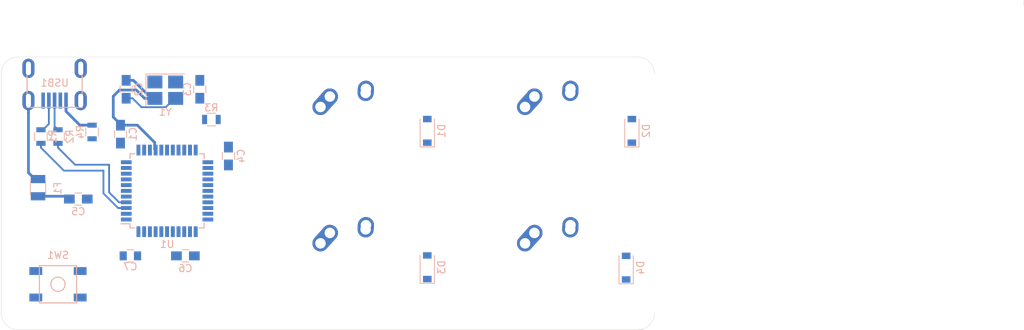
<source format=kicad_pcb>
(kicad_pcb (version 20171130) (host pcbnew "(5.1.4)-1")

  (general
    (thickness 1.6)
    (drawings 8)
    (tracks 48)
    (zones 0)
    (modules 24)
    (nets 49)
  )

  (page A4)
  (layers
    (0 F.Cu signal)
    (31 B.Cu signal)
    (32 B.Adhes user)
    (33 F.Adhes user)
    (34 B.Paste user)
    (35 F.Paste user)
    (36 B.SilkS user)
    (37 F.SilkS user)
    (38 B.Mask user)
    (39 F.Mask user)
    (40 Dwgs.User user)
    (41 Cmts.User user)
    (42 Eco1.User user)
    (43 Eco2.User user)
    (44 Edge.Cuts user)
    (45 Margin user)
    (46 B.CrtYd user)
    (47 F.CrtYd user)
    (48 B.Fab user)
    (49 F.Fab user)
  )

  (setup
    (last_trace_width 0.254)
    (trace_clearance 0.2)
    (zone_clearance 0.508)
    (zone_45_only no)
    (trace_min 0.2)
    (via_size 0.8)
    (via_drill 0.4)
    (via_min_size 0.4)
    (via_min_drill 0.3)
    (uvia_size 0.3)
    (uvia_drill 0.1)
    (uvias_allowed no)
    (uvia_min_size 0.2)
    (uvia_min_drill 0.1)
    (edge_width 0.05)
    (segment_width 0.2)
    (pcb_text_width 0.3)
    (pcb_text_size 1.5 1.5)
    (mod_edge_width 0.12)
    (mod_text_size 1 1)
    (mod_text_width 0.15)
    (pad_size 1.524 1.524)
    (pad_drill 0.762)
    (pad_to_mask_clearance 0.051)
    (solder_mask_min_width 0.25)
    (aux_axis_origin 0 0)
    (visible_elements FFFFFF7F)
    (pcbplotparams
      (layerselection 0x010fc_ffffffff)
      (usegerberextensions false)
      (usegerberattributes false)
      (usegerberadvancedattributes false)
      (creategerberjobfile false)
      (excludeedgelayer true)
      (linewidth 0.100000)
      (plotframeref false)
      (viasonmask false)
      (mode 1)
      (useauxorigin false)
      (hpglpennumber 1)
      (hpglpenspeed 20)
      (hpglpendiameter 15.000000)
      (psnegative false)
      (psa4output false)
      (plotreference true)
      (plotvalue true)
      (plotinvisibletext false)
      (padsonsilk false)
      (subtractmaskfromsilk false)
      (outputformat 1)
      (mirror false)
      (drillshape 1)
      (scaleselection 1)
      (outputdirectory ""))
  )

  (net 0 "")
  (net 1 +5V)
  (net 2 GND)
  (net 3 "Net-(C2-Pad1)")
  (net 4 "Net-(C3-Pad1)")
  (net 5 "Net-(C6-Pad1)")
  (net 6 ROW0)
  (net 7 "Net-(D1-Pad2)")
  (net 8 ROW1)
  (net 9 "Net-(D2-Pad2)")
  (net 10 "Net-(D3-Pad2)")
  (net 11 "Net-(D4-Pad2)")
  (net 12 VCC)
  (net 13 COL0)
  (net 14 COL1)
  (net 15 "Net-(R1-Pad1)")
  (net 16 D-)
  (net 17 "Net-(R2-Pad1)")
  (net 18 D+)
  (net 19 "Net-(R3-Pad2)")
  (net 20 "Net-(R4-Pad2)")
  (net 21 "Net-(U1-Pad1)")
  (net 22 "Net-(U1-Pad8)")
  (net 23 "Net-(U1-Pad9)")
  (net 24 "Net-(U1-Pad10)")
  (net 25 "Net-(U1-Pad11)")
  (net 26 "Net-(U1-Pad12)")
  (net 27 "Net-(U1-Pad18)")
  (net 28 "Net-(U1-Pad19)")
  (net 29 "Net-(U1-Pad20)")
  (net 30 "Net-(U1-Pad21)")
  (net 31 "Net-(U1-Pad22)")
  (net 32 "Net-(U1-Pad25)")
  (net 33 "Net-(U1-Pad26)")
  (net 34 "Net-(U1-Pad27)")
  (net 35 "Net-(U1-Pad28)")
  (net 36 "Net-(U1-Pad29)")
  (net 37 "Net-(U1-Pad30)")
  (net 38 "Net-(U1-Pad31)")
  (net 39 "Net-(U1-Pad32)")
  (net 40 "Net-(U1-Pad36)")
  (net 41 "Net-(U1-Pad37)")
  (net 42 "Net-(U1-Pad38)")
  (net 43 "Net-(U1-Pad39)")
  (net 44 "Net-(U1-Pad40)")
  (net 45 "Net-(U1-Pad41)")
  (net 46 "Net-(U1-Pad42)")
  (net 47 "Net-(USB1-Pad5)")
  (net 48 "Net-(USB1-Pad2)")

  (net_class Default "This is the default net class."
    (clearance 0.2)
    (trace_width 0.254)
    (via_dia 0.8)
    (via_drill 0.4)
    (uvia_dia 0.3)
    (uvia_drill 0.1)
    (add_net COL0)
    (add_net COL1)
    (add_net D+)
    (add_net D-)
    (add_net "Net-(C2-Pad1)")
    (add_net "Net-(C3-Pad1)")
    (add_net "Net-(C6-Pad1)")
    (add_net "Net-(D1-Pad2)")
    (add_net "Net-(D2-Pad2)")
    (add_net "Net-(D3-Pad2)")
    (add_net "Net-(D4-Pad2)")
    (add_net "Net-(R1-Pad1)")
    (add_net "Net-(R2-Pad1)")
    (add_net "Net-(R3-Pad2)")
    (add_net "Net-(R4-Pad2)")
    (add_net "Net-(U1-Pad1)")
    (add_net "Net-(U1-Pad10)")
    (add_net "Net-(U1-Pad11)")
    (add_net "Net-(U1-Pad12)")
    (add_net "Net-(U1-Pad18)")
    (add_net "Net-(U1-Pad19)")
    (add_net "Net-(U1-Pad20)")
    (add_net "Net-(U1-Pad21)")
    (add_net "Net-(U1-Pad22)")
    (add_net "Net-(U1-Pad25)")
    (add_net "Net-(U1-Pad26)")
    (add_net "Net-(U1-Pad27)")
    (add_net "Net-(U1-Pad28)")
    (add_net "Net-(U1-Pad29)")
    (add_net "Net-(U1-Pad30)")
    (add_net "Net-(U1-Pad31)")
    (add_net "Net-(U1-Pad32)")
    (add_net "Net-(U1-Pad36)")
    (add_net "Net-(U1-Pad37)")
    (add_net "Net-(U1-Pad38)")
    (add_net "Net-(U1-Pad39)")
    (add_net "Net-(U1-Pad40)")
    (add_net "Net-(U1-Pad41)")
    (add_net "Net-(U1-Pad42)")
    (add_net "Net-(U1-Pad8)")
    (add_net "Net-(U1-Pad9)")
    (add_net "Net-(USB1-Pad2)")
    (add_net "Net-(USB1-Pad5)")
    (add_net ROW0)
    (add_net ROW1)
  )

  (net_class Power ""
    (clearance 0.2)
    (trace_width 0.381)
    (via_dia 0.8)
    (via_drill 0.4)
    (uvia_dia 0.3)
    (uvia_drill 0.1)
    (add_net +5V)
    (add_net GND)
    (add_net VCC)
  )

  (module random-keyboard-parts:SKQG-1155865 (layer B.Cu) (tedit 5E62B398) (tstamp 675692BC)
    (at 103.1875 79.375)
    (path /67592553)
    (attr smd)
    (fp_text reference SW1 (at 0 -4.064) (layer B.SilkS)
      (effects (font (size 1 1) (thickness 0.15)) (justify mirror))
    )
    (fp_text value SW_Push (at 0 4.064) (layer B.Fab)
      (effects (font (size 1 1) (thickness 0.15)) (justify mirror))
    )
    (fp_line (start -2.6 2.6) (end 2.6 2.6) (layer B.SilkS) (width 0.15))
    (fp_line (start 2.6 2.6) (end 2.6 -2.6) (layer B.SilkS) (width 0.15))
    (fp_line (start 2.6 -2.6) (end -2.6 -2.6) (layer B.SilkS) (width 0.15))
    (fp_line (start -2.6 -2.6) (end -2.6 2.6) (layer B.SilkS) (width 0.15))
    (fp_circle (center 0 0) (end 1 0) (layer B.SilkS) (width 0.15))
    (fp_line (start -4.2 2.6) (end 4.2 2.6) (layer B.Fab) (width 0.15))
    (fp_line (start 4.2 2.6) (end 4.2 1.2) (layer B.Fab) (width 0.15))
    (fp_line (start 4.2 1.1) (end 2.6 1.1) (layer B.Fab) (width 0.15))
    (fp_line (start 2.6 1.1) (end 2.6 -1.1) (layer B.Fab) (width 0.15))
    (fp_line (start 2.6 -1.1) (end 4.2 -1.1) (layer B.Fab) (width 0.15))
    (fp_line (start 4.2 -1.1) (end 4.2 -2.6) (layer B.Fab) (width 0.15))
    (fp_line (start 4.2 -2.6) (end -4.2 -2.6) (layer B.Fab) (width 0.15))
    (fp_line (start -4.2 -2.6) (end -4.2 -1.1) (layer B.Fab) (width 0.15))
    (fp_line (start -4.2 -1.1) (end -2.6 -1.1) (layer B.Fab) (width 0.15))
    (fp_line (start -2.6 -1.1) (end -2.6 1.1) (layer B.Fab) (width 0.15))
    (fp_line (start -2.6 1.1) (end -4.2 1.1) (layer B.Fab) (width 0.15))
    (fp_line (start -4.2 1.1) (end -4.2 2.6) (layer B.Fab) (width 0.15))
    (fp_circle (center 0 0) (end 1 0) (layer B.Fab) (width 0.15))
    (fp_line (start -2.6 1.1) (end -1.1 2.6) (layer B.Fab) (width 0.15))
    (fp_line (start 2.6 1.1) (end 1.1 2.6) (layer B.Fab) (width 0.15))
    (fp_line (start 2.6 -1.1) (end 1.1 -2.6) (layer B.Fab) (width 0.15))
    (fp_line (start -2.6 -1.1) (end -1.1 -2.6) (layer B.Fab) (width 0.15))
    (pad 4 smd rect (at -3.1 -1.85) (size 1.8 1.1) (layers B.Cu B.Paste B.Mask))
    (pad 3 smd rect (at 3.1 1.85) (size 1.8 1.1) (layers B.Cu B.Paste B.Mask))
    (pad 2 smd rect (at -3.1 1.85) (size 1.8 1.1) (layers B.Cu B.Paste B.Mask)
      (net 19 "Net-(R3-Pad2)"))
    (pad 1 smd rect (at 3.1 -1.85) (size 1.8 1.1) (layers B.Cu B.Paste B.Mask)
      (net 2 GND))
    (model ${KISYS3DMOD}/Button_Switch_SMD.3dshapes/SW_SPST_TL3342.step
      (at (xyz 0 0 0))
      (scale (xyz 1 1 1))
      (rotate (xyz 0 0 0))
    )
  )

  (module random-keyboard-parts:Molex-0548190589 (layer B.Cu) (tedit 5C494815) (tstamp 675692DF)
    (at 102.7125 49.2125 270)
    (path /675A29E7)
    (attr smd)
    (fp_text reference USB1 (at 2.032 0) (layer B.SilkS)
      (effects (font (size 1 1) (thickness 0.15)) (justify mirror))
    )
    (fp_text value Molex-0548190589 (at -5.08 0) (layer Dwgs.User)
      (effects (font (size 1 1) (thickness 0.15)))
    )
    (fp_text user %R (at 2 0) (layer B.CrtYd)
      (effects (font (size 1 1) (thickness 0.15)) (justify mirror))
    )
    (fp_line (start 3.25 1.25) (end 5.5 1.25) (layer B.CrtYd) (width 0.15))
    (fp_line (start 5.5 0.5) (end 3.25 0.5) (layer B.CrtYd) (width 0.15))
    (fp_line (start 3.25 -0.5) (end 5.5 -0.5) (layer B.CrtYd) (width 0.15))
    (fp_line (start 5.5 -1.25) (end 3.25 -1.25) (layer B.CrtYd) (width 0.15))
    (fp_line (start 3.25 -2) (end 5.5 -2) (layer B.CrtYd) (width 0.15))
    (fp_line (start 3.25 2) (end 3.25 -2) (layer B.CrtYd) (width 0.15))
    (fp_line (start 5.5 2) (end 3.25 2) (layer B.CrtYd) (width 0.15))
    (fp_line (start -3.75 -3.75) (end -3.75 3.75) (layer B.CrtYd) (width 0.15))
    (fp_line (start 5.5 -3.75) (end -3.75 -3.75) (layer B.CrtYd) (width 0.15))
    (fp_line (start 5.5 3.75) (end 5.5 -3.75) (layer B.CrtYd) (width 0.15))
    (fp_line (start -3.75 3.75) (end 5.5 3.75) (layer B.CrtYd) (width 0.15))
    (fp_line (start 0 3.85) (end 5.45 3.85) (layer B.SilkS) (width 0.15))
    (fp_line (start 0 -3.85) (end 5.45 -3.85) (layer B.SilkS) (width 0.15))
    (fp_line (start 5.45 3.85) (end 5.45 -3.85) (layer B.SilkS) (width 0.15))
    (fp_line (start -3.75 3.85) (end 0 3.85) (layer Dwgs.User) (width 0.15))
    (fp_line (start -3.75 -3.85) (end 0 -3.85) (layer Dwgs.User) (width 0.15))
    (fp_line (start -1.75 4.572) (end -1.75 -4.572) (layer Dwgs.User) (width 0.15))
    (fp_line (start -3.75 3.85) (end -3.75 -3.85) (layer Dwgs.User) (width 0.15))
    (pad 6 thru_hole oval (at 0 3.65 270) (size 2.7 1.7) (drill oval 1.9 0.7) (layers *.Cu *.Mask)
      (net 12 VCC))
    (pad 6 thru_hole oval (at 0 -3.65 270) (size 2.7 1.7) (drill oval 1.9 0.7) (layers *.Cu *.Mask)
      (net 12 VCC))
    (pad 6 thru_hole oval (at 4.5 -3.65 270) (size 2.7 1.7) (drill oval 1.9 0.7) (layers *.Cu *.Mask)
      (net 12 VCC))
    (pad 6 thru_hole oval (at 4.5 3.65 270) (size 2.7 1.7) (drill oval 1.9 0.7) (layers *.Cu *.Mask)
      (net 12 VCC))
    (pad 5 smd rect (at 4.5 1.6 270) (size 2.25 0.5) (layers B.Cu B.Paste B.Mask)
      (net 47 "Net-(USB1-Pad5)"))
    (pad 4 smd rect (at 4.5 0.8 270) (size 2.25 0.5) (layers B.Cu B.Paste B.Mask)
      (net 16 D-))
    (pad 3 smd rect (at 4.5 0 270) (size 2.25 0.5) (layers B.Cu B.Paste B.Mask)
      (net 18 D+))
    (pad 2 smd rect (at 4.5 -0.8 270) (size 2.25 0.5) (layers B.Cu B.Paste B.Mask)
      (net 48 "Net-(USB1-Pad2)"))
    (pad 1 smd rect (at 4.5 -1.6 270) (size 2.25 0.5) (layers B.Cu B.Paste B.Mask)
      (net 2 GND))
  )

  (module Capacitors_SMD:C_0805 (layer B.Cu) (tedit 58AA8463) (tstamp 6756B70B)
    (at 113.3 75.40625)
    (descr "Capacitor SMD 0805, reflow soldering, AVX (see smccp.pdf)")
    (tags "capacitor 0805")
    (path /675FD296)
    (attr smd)
    (fp_text reference C7 (at 0 1.5) (layer B.SilkS)
      (effects (font (size 1 1) (thickness 0.15)) (justify mirror))
    )
    (fp_text value "10 uF" (at 0 -1.75) (layer B.Fab)
      (effects (font (size 1 1) (thickness 0.15)) (justify mirror))
    )
    (fp_text user %R (at 0 1.5) (layer B.Fab)
      (effects (font (size 1 1) (thickness 0.15)) (justify mirror))
    )
    (fp_line (start -1 -0.62) (end -1 0.62) (layer B.Fab) (width 0.1))
    (fp_line (start 1 -0.62) (end -1 -0.62) (layer B.Fab) (width 0.1))
    (fp_line (start 1 0.62) (end 1 -0.62) (layer B.Fab) (width 0.1))
    (fp_line (start -1 0.62) (end 1 0.62) (layer B.Fab) (width 0.1))
    (fp_line (start 0.5 0.85) (end -0.5 0.85) (layer B.SilkS) (width 0.12))
    (fp_line (start -0.5 -0.85) (end 0.5 -0.85) (layer B.SilkS) (width 0.12))
    (fp_line (start -1.75 0.88) (end 1.75 0.88) (layer B.CrtYd) (width 0.05))
    (fp_line (start -1.75 0.88) (end -1.75 -0.87) (layer B.CrtYd) (width 0.05))
    (fp_line (start 1.75 -0.87) (end 1.75 0.88) (layer B.CrtYd) (width 0.05))
    (fp_line (start 1.75 -0.87) (end -1.75 -0.87) (layer B.CrtYd) (width 0.05))
    (pad 1 smd rect (at -1 0) (size 1 1.25) (layers B.Cu B.Paste B.Mask)
      (net 1 +5V))
    (pad 2 smd rect (at 1 0) (size 1 1.25) (layers B.Cu B.Paste B.Mask)
      (net 2 GND))
    (model Capacitors_SMD.3dshapes/C_0805.wrl
      (at (xyz 0 0 0))
      (scale (xyz 1 1 1))
      (rotate (xyz 0 0 0))
    )
  )

  (module Crystals:Crystal_SMD_3225-4pin_3.2x2.5mm_HandSoldering (layer B.Cu) (tedit 58CD2E9C) (tstamp 675692E2)
    (at 118.1735 52.2605)
    (descr "SMD Crystal SERIES SMD3225/4 http://www.txccrystal.com/images/pdf/7m-accuracy.pdf, hand-soldering, 3.2x2.5mm^2 package")
    (tags "SMD SMT crystal hand-soldering")
    (path /6758329B)
    (attr smd)
    (fp_text reference Y1 (at 0 3.05) (layer B.SilkS)
      (effects (font (size 1 1) (thickness 0.15)) (justify mirror))
    )
    (fp_text value "16 MHz" (at 0 -3.05) (layer B.Fab)
      (effects (font (size 1 1) (thickness 0.15)) (justify mirror))
    )
    (fp_text user %R (at 0 0) (layer B.Fab)
      (effects (font (size 0.7 0.7) (thickness 0.105)) (justify mirror))
    )
    (fp_line (start -1.6 1.25) (end -1.6 -1.25) (layer B.Fab) (width 0.1))
    (fp_line (start -1.6 -1.25) (end 1.6 -1.25) (layer B.Fab) (width 0.1))
    (fp_line (start 1.6 -1.25) (end 1.6 1.25) (layer B.Fab) (width 0.1))
    (fp_line (start 1.6 1.25) (end -1.6 1.25) (layer B.Fab) (width 0.1))
    (fp_line (start -1.6 -0.25) (end -0.6 -1.25) (layer B.Fab) (width 0.1))
    (fp_line (start -2.7 2.25) (end -2.7 -2.25) (layer B.SilkS) (width 0.12))
    (fp_line (start -2.7 -2.25) (end 2.7 -2.25) (layer B.SilkS) (width 0.12))
    (fp_line (start -2.8 2.3) (end -2.8 -2.3) (layer B.CrtYd) (width 0.05))
    (fp_line (start -2.8 -2.3) (end 2.8 -2.3) (layer B.CrtYd) (width 0.05))
    (fp_line (start 2.8 -2.3) (end 2.8 2.3) (layer B.CrtYd) (width 0.05))
    (fp_line (start 2.8 2.3) (end -2.8 2.3) (layer B.CrtYd) (width 0.05))
    (pad 1 smd rect (at -1.45 -1.15) (size 2.1 1.8) (layers B.Cu B.Paste B.Mask)
      (net 4 "Net-(C3-Pad1)"))
    (pad 2 smd rect (at 1.45 -1.15) (size 2.1 1.8) (layers B.Cu B.Paste B.Mask)
      (net 2 GND))
    (pad 3 smd rect (at 1.45 1.15) (size 2.1 1.8) (layers B.Cu B.Paste B.Mask)
      (net 3 "Net-(C2-Pad1)"))
    (pad 4 smd rect (at -1.45 1.15) (size 2.1 1.8) (layers B.Cu B.Paste B.Mask)
      (net 2 GND))
    (model ${KISYS3DMOD}/Crystals.3dshapes/Crystal_SMD_3225-4pin_3.2x2.5mm_HandSoldering.wrl
      (at (xyz 0 0 0))
      (scale (xyz 1 1 1))
      (rotate (xyz 0 0 0))
    )
  )

  (module Housings_QFP:TQFP-44_10x10mm_Pitch0.8mm (layer B.Cu) (tedit 58CC9A48) (tstamp 675692BF)
    (at 118.4275 66.32575)
    (descr "44-Lead Plastic Thin Quad Flatpack (PT) - 10x10x1.0 mm Body [TQFP] (see Microchip Packaging Specification 00000049BS.pdf)")
    (tags "QFP 0.8")
    (path /6756CB8F)
    (attr smd)
    (fp_text reference U1 (at 0 7.45 180) (layer B.SilkS)
      (effects (font (size 1 1) (thickness 0.15)) (justify mirror))
    )
    (fp_text value ATmega32U4-AU (at 0 -7.45 180) (layer B.Fab)
      (effects (font (size 1 1) (thickness 0.15)) (justify mirror))
    )
    (fp_text user %R (at 0 0 90) (layer B.Fab)
      (effects (font (size 1 1) (thickness 0.15)) (justify mirror))
    )
    (fp_line (start -4 5) (end 5 5) (layer B.Fab) (width 0.15))
    (fp_line (start 5 5) (end 5 -5) (layer B.Fab) (width 0.15))
    (fp_line (start 5 -5) (end -5 -5) (layer B.Fab) (width 0.15))
    (fp_line (start -5 -5) (end -5 4) (layer B.Fab) (width 0.15))
    (fp_line (start -5 4) (end -4 5) (layer B.Fab) (width 0.15))
    (fp_line (start -6.7 6.7) (end -6.7 -6.7) (layer B.CrtYd) (width 0.05))
    (fp_line (start 6.7 6.7) (end 6.7 -6.7) (layer B.CrtYd) (width 0.05))
    (fp_line (start -6.7 6.7) (end 6.7 6.7) (layer B.CrtYd) (width 0.05))
    (fp_line (start -6.7 -6.7) (end 6.7 -6.7) (layer B.CrtYd) (width 0.05))
    (fp_line (start -5.175 5.175) (end -5.175 4.6) (layer B.SilkS) (width 0.15))
    (fp_line (start 5.175 5.175) (end 5.175 4.5) (layer B.SilkS) (width 0.15))
    (fp_line (start 5.175 -5.175) (end 5.175 -4.5) (layer B.SilkS) (width 0.15))
    (fp_line (start -5.175 -5.175) (end -5.175 -4.5) (layer B.SilkS) (width 0.15))
    (fp_line (start -5.175 5.175) (end -4.5 5.175) (layer B.SilkS) (width 0.15))
    (fp_line (start -5.175 -5.175) (end -4.5 -5.175) (layer B.SilkS) (width 0.15))
    (fp_line (start 5.175 -5.175) (end 4.5 -5.175) (layer B.SilkS) (width 0.15))
    (fp_line (start 5.175 5.175) (end 4.5 5.175) (layer B.SilkS) (width 0.15))
    (fp_line (start -5.175 4.6) (end -6.45 4.6) (layer B.SilkS) (width 0.15))
    (pad 1 smd rect (at -5.7 4) (size 1.5 0.55) (layers B.Cu B.Paste B.Mask)
      (net 21 "Net-(U1-Pad1)"))
    (pad 2 smd rect (at -5.7 3.2) (size 1.5 0.55) (layers B.Cu B.Paste B.Mask)
      (net 1 +5V))
    (pad 3 smd rect (at -5.7 2.4) (size 1.5 0.55) (layers B.Cu B.Paste B.Mask)
      (net 15 "Net-(R1-Pad1)"))
    (pad 4 smd rect (at -5.7 1.6) (size 1.5 0.55) (layers B.Cu B.Paste B.Mask)
      (net 17 "Net-(R2-Pad1)"))
    (pad 5 smd rect (at -5.7 0.8) (size 1.5 0.55) (layers B.Cu B.Paste B.Mask)
      (net 2 GND))
    (pad 6 smd rect (at -5.7 0) (size 1.5 0.55) (layers B.Cu B.Paste B.Mask)
      (net 5 "Net-(C6-Pad1)"))
    (pad 7 smd rect (at -5.7 -0.8) (size 1.5 0.55) (layers B.Cu B.Paste B.Mask)
      (net 1 +5V))
    (pad 8 smd rect (at -5.7 -1.6) (size 1.5 0.55) (layers B.Cu B.Paste B.Mask)
      (net 22 "Net-(U1-Pad8)"))
    (pad 9 smd rect (at -5.7 -2.4) (size 1.5 0.55) (layers B.Cu B.Paste B.Mask)
      (net 23 "Net-(U1-Pad9)"))
    (pad 10 smd rect (at -5.7 -3.2) (size 1.5 0.55) (layers B.Cu B.Paste B.Mask)
      (net 24 "Net-(U1-Pad10)"))
    (pad 11 smd rect (at -5.7 -4) (size 1.5 0.55) (layers B.Cu B.Paste B.Mask)
      (net 25 "Net-(U1-Pad11)"))
    (pad 12 smd rect (at -4 -5.7 270) (size 1.5 0.55) (layers B.Cu B.Paste B.Mask)
      (net 26 "Net-(U1-Pad12)"))
    (pad 13 smd rect (at -3.2 -5.7 270) (size 1.5 0.55) (layers B.Cu B.Paste B.Mask)
      (net 19 "Net-(R3-Pad2)"))
    (pad 14 smd rect (at -2.4 -5.7 270) (size 1.5 0.55) (layers B.Cu B.Paste B.Mask)
      (net 1 +5V))
    (pad 15 smd rect (at -1.6 -5.7 270) (size 1.5 0.55) (layers B.Cu B.Paste B.Mask)
      (net 2 GND))
    (pad 16 smd rect (at -0.8 -5.7 270) (size 1.5 0.55) (layers B.Cu B.Paste B.Mask)
      (net 3 "Net-(C2-Pad1)"))
    (pad 17 smd rect (at 0 -5.7 270) (size 1.5 0.55) (layers B.Cu B.Paste B.Mask)
      (net 4 "Net-(C3-Pad1)"))
    (pad 18 smd rect (at 0.8 -5.7 270) (size 1.5 0.55) (layers B.Cu B.Paste B.Mask)
      (net 27 "Net-(U1-Pad18)"))
    (pad 19 smd rect (at 1.6 -5.7 270) (size 1.5 0.55) (layers B.Cu B.Paste B.Mask)
      (net 28 "Net-(U1-Pad19)"))
    (pad 20 smd rect (at 2.4 -5.7 270) (size 1.5 0.55) (layers B.Cu B.Paste B.Mask)
      (net 29 "Net-(U1-Pad20)"))
    (pad 21 smd rect (at 3.2 -5.7 270) (size 1.5 0.55) (layers B.Cu B.Paste B.Mask)
      (net 30 "Net-(U1-Pad21)"))
    (pad 22 smd rect (at 4 -5.7 270) (size 1.5 0.55) (layers B.Cu B.Paste B.Mask)
      (net 31 "Net-(U1-Pad22)"))
    (pad 23 smd rect (at 5.7 -4) (size 1.5 0.55) (layers B.Cu B.Paste B.Mask)
      (net 2 GND))
    (pad 24 smd rect (at 5.7 -3.2) (size 1.5 0.55) (layers B.Cu B.Paste B.Mask)
      (net 1 +5V))
    (pad 25 smd rect (at 5.7 -2.4) (size 1.5 0.55) (layers B.Cu B.Paste B.Mask)
      (net 32 "Net-(U1-Pad25)"))
    (pad 26 smd rect (at 5.7 -1.6) (size 1.5 0.55) (layers B.Cu B.Paste B.Mask)
      (net 33 "Net-(U1-Pad26)"))
    (pad 27 smd rect (at 5.7 -0.8) (size 1.5 0.55) (layers B.Cu B.Paste B.Mask)
      (net 34 "Net-(U1-Pad27)"))
    (pad 28 smd rect (at 5.7 0) (size 1.5 0.55) (layers B.Cu B.Paste B.Mask)
      (net 35 "Net-(U1-Pad28)"))
    (pad 29 smd rect (at 5.7 0.8) (size 1.5 0.55) (layers B.Cu B.Paste B.Mask)
      (net 36 "Net-(U1-Pad29)"))
    (pad 30 smd rect (at 5.7 1.6) (size 1.5 0.55) (layers B.Cu B.Paste B.Mask)
      (net 37 "Net-(U1-Pad30)"))
    (pad 31 smd rect (at 5.7 2.4) (size 1.5 0.55) (layers B.Cu B.Paste B.Mask)
      (net 38 "Net-(U1-Pad31)"))
    (pad 32 smd rect (at 5.7 3.2) (size 1.5 0.55) (layers B.Cu B.Paste B.Mask)
      (net 39 "Net-(U1-Pad32)"))
    (pad 33 smd rect (at 5.7 4) (size 1.5 0.55) (layers B.Cu B.Paste B.Mask)
      (net 20 "Net-(R4-Pad2)"))
    (pad 34 smd rect (at 4 5.7 270) (size 1.5 0.55) (layers B.Cu B.Paste B.Mask)
      (net 1 +5V))
    (pad 35 smd rect (at 3.2 5.7 270) (size 1.5 0.55) (layers B.Cu B.Paste B.Mask)
      (net 2 GND))
    (pad 36 smd rect (at 2.4 5.7 270) (size 1.5 0.55) (layers B.Cu B.Paste B.Mask)
      (net 40 "Net-(U1-Pad36)"))
    (pad 37 smd rect (at 1.6 5.7 270) (size 1.5 0.55) (layers B.Cu B.Paste B.Mask)
      (net 41 "Net-(U1-Pad37)"))
    (pad 38 smd rect (at 0.8 5.7 270) (size 1.5 0.55) (layers B.Cu B.Paste B.Mask)
      (net 42 "Net-(U1-Pad38)"))
    (pad 39 smd rect (at 0 5.7 270) (size 1.5 0.55) (layers B.Cu B.Paste B.Mask)
      (net 43 "Net-(U1-Pad39)"))
    (pad 40 smd rect (at -0.8 5.7 270) (size 1.5 0.55) (layers B.Cu B.Paste B.Mask)
      (net 44 "Net-(U1-Pad40)"))
    (pad 41 smd rect (at -1.6 5.7 270) (size 1.5 0.55) (layers B.Cu B.Paste B.Mask)
      (net 45 "Net-(U1-Pad41)"))
    (pad 42 smd rect (at -2.4 5.7 270) (size 1.5 0.55) (layers B.Cu B.Paste B.Mask)
      (net 46 "Net-(U1-Pad42)"))
    (pad 43 smd rect (at -3.2 5.7 270) (size 1.5 0.55) (layers B.Cu B.Paste B.Mask)
      (net 2 GND))
    (pad 44 smd rect (at -4 5.7 270) (size 1.5 0.55) (layers B.Cu B.Paste B.Mask)
      (net 1 +5V))
    (model ${KISYS3DMOD}/Housings_QFP.3dshapes/TQFP-44_10x10mm_Pitch0.8mm.wrl
      (at (xyz 0 0 0))
      (scale (xyz 1 1 1))
      (rotate (xyz 0 0 0))
    )
  )

  (module Resistors_SMD:R_0805 (layer B.Cu) (tedit 58E0A804) (tstamp 675692B9)
    (at 107.95 58.1 270)
    (descr "Resistor SMD 0805, reflow soldering, Vishay (see dcrcw.pdf)")
    (tags "resistor 0805")
    (path /67574FBA)
    (attr smd)
    (fp_text reference R4 (at 0 1.65 270) (layer B.SilkS)
      (effects (font (size 1 1) (thickness 0.15)) (justify mirror))
    )
    (fp_text value 10k (at 0 -1.75 270) (layer B.Fab)
      (effects (font (size 1 1) (thickness 0.15)) (justify mirror))
    )
    (fp_text user %R (at 0 0 270) (layer B.Fab)
      (effects (font (size 0.5 0.5) (thickness 0.075)) (justify mirror))
    )
    (fp_line (start -1 -0.62) (end -1 0.62) (layer B.Fab) (width 0.1))
    (fp_line (start 1 -0.62) (end -1 -0.62) (layer B.Fab) (width 0.1))
    (fp_line (start 1 0.62) (end 1 -0.62) (layer B.Fab) (width 0.1))
    (fp_line (start -1 0.62) (end 1 0.62) (layer B.Fab) (width 0.1))
    (fp_line (start 0.6 -0.88) (end -0.6 -0.88) (layer B.SilkS) (width 0.12))
    (fp_line (start -0.6 0.88) (end 0.6 0.88) (layer B.SilkS) (width 0.12))
    (fp_line (start -1.55 0.9) (end 1.55 0.9) (layer B.CrtYd) (width 0.05))
    (fp_line (start -1.55 0.9) (end -1.55 -0.9) (layer B.CrtYd) (width 0.05))
    (fp_line (start 1.55 -0.9) (end 1.55 0.9) (layer B.CrtYd) (width 0.05))
    (fp_line (start 1.55 -0.9) (end -1.55 -0.9) (layer B.CrtYd) (width 0.05))
    (pad 1 smd rect (at -0.95 0 270) (size 0.7 1.3) (layers B.Cu B.Paste B.Mask)
      (net 2 GND))
    (pad 2 smd rect (at 0.95 0 270) (size 0.7 1.3) (layers B.Cu B.Paste B.Mask)
      (net 20 "Net-(R4-Pad2)"))
    (model ${KISYS3DMOD}/Resistors_SMD.3dshapes/R_0805.wrl
      (at (xyz 0 0 0))
      (scale (xyz 1 1 1))
      (rotate (xyz 0 0 0))
    )
  )

  (module Resistors_SMD:R_0805 (layer B.Cu) (tedit 58E0A804) (tstamp 675692B6)
    (at 124.61875 56.35625 180)
    (descr "Resistor SMD 0805, reflow soldering, Vishay (see dcrcw.pdf)")
    (tags "resistor 0805")
    (path /6759527F)
    (attr smd)
    (fp_text reference R3 (at 0 1.65 180) (layer B.SilkS)
      (effects (font (size 1 1) (thickness 0.15)) (justify mirror))
    )
    (fp_text value 10k (at 0 -1.75 180) (layer B.Fab)
      (effects (font (size 1 1) (thickness 0.15)) (justify mirror))
    )
    (fp_text user %R (at 0 0 180) (layer B.Fab)
      (effects (font (size 0.5 0.5) (thickness 0.075)) (justify mirror))
    )
    (fp_line (start -1 -0.62) (end -1 0.62) (layer B.Fab) (width 0.1))
    (fp_line (start 1 -0.62) (end -1 -0.62) (layer B.Fab) (width 0.1))
    (fp_line (start 1 0.62) (end 1 -0.62) (layer B.Fab) (width 0.1))
    (fp_line (start -1 0.62) (end 1 0.62) (layer B.Fab) (width 0.1))
    (fp_line (start 0.6 -0.88) (end -0.6 -0.88) (layer B.SilkS) (width 0.12))
    (fp_line (start -0.6 0.88) (end 0.6 0.88) (layer B.SilkS) (width 0.12))
    (fp_line (start -1.55 0.9) (end 1.55 0.9) (layer B.CrtYd) (width 0.05))
    (fp_line (start -1.55 0.9) (end -1.55 -0.9) (layer B.CrtYd) (width 0.05))
    (fp_line (start 1.55 -0.9) (end 1.55 0.9) (layer B.CrtYd) (width 0.05))
    (fp_line (start 1.55 -0.9) (end -1.55 -0.9) (layer B.CrtYd) (width 0.05))
    (pad 1 smd rect (at -0.95 0 180) (size 0.7 1.3) (layers B.Cu B.Paste B.Mask)
      (net 1 +5V))
    (pad 2 smd rect (at 0.95 0 180) (size 0.7 1.3) (layers B.Cu B.Paste B.Mask)
      (net 19 "Net-(R3-Pad2)"))
    (model ${KISYS3DMOD}/Resistors_SMD.3dshapes/R_0805.wrl
      (at (xyz 0 0 0))
      (scale (xyz 1 1 1))
      (rotate (xyz 0 0 0))
    )
  )

  (module Resistors_SMD:R_0805 (layer B.Cu) (tedit 58E0A804) (tstamp 675692B3)
    (at 103.1875 58.7375 90)
    (descr "Resistor SMD 0805, reflow soldering, Vishay (see dcrcw.pdf)")
    (tags "resistor 0805")
    (path /675782A4)
    (attr smd)
    (fp_text reference R2 (at 0 1.65 90) (layer B.SilkS)
      (effects (font (size 1 1) (thickness 0.15)) (justify mirror))
    )
    (fp_text value 22 (at 0 -1.75 90) (layer B.Fab)
      (effects (font (size 1 1) (thickness 0.15)) (justify mirror))
    )
    (fp_text user %R (at 0 7.17375 90) (layer B.Fab)
      (effects (font (size 0.5 0.5) (thickness 0.075)) (justify mirror))
    )
    (fp_line (start -1 -0.62) (end -1 0.62) (layer B.Fab) (width 0.1))
    (fp_line (start 1 -0.62) (end -1 -0.62) (layer B.Fab) (width 0.1))
    (fp_line (start 1 0.62) (end 1 -0.62) (layer B.Fab) (width 0.1))
    (fp_line (start -1 0.62) (end 1 0.62) (layer B.Fab) (width 0.1))
    (fp_line (start 0.6 -0.88) (end -0.6 -0.88) (layer B.SilkS) (width 0.12))
    (fp_line (start -0.6 0.88) (end 0.6 0.88) (layer B.SilkS) (width 0.12))
    (fp_line (start -1.55 0.9) (end 1.55 0.9) (layer B.CrtYd) (width 0.05))
    (fp_line (start -1.55 0.9) (end -1.55 -0.9) (layer B.CrtYd) (width 0.05))
    (fp_line (start 1.55 -0.9) (end 1.55 0.9) (layer B.CrtYd) (width 0.05))
    (fp_line (start 1.55 -0.9) (end -1.55 -0.9) (layer B.CrtYd) (width 0.05))
    (pad 1 smd rect (at -0.95 0 90) (size 0.7 1.3) (layers B.Cu B.Paste B.Mask)
      (net 17 "Net-(R2-Pad1)"))
    (pad 2 smd rect (at 0.95 0 90) (size 0.7 1.3) (layers B.Cu B.Paste B.Mask)
      (net 18 D+))
    (model ${KISYS3DMOD}/Resistors_SMD.3dshapes/R_0805.wrl
      (at (xyz 0 0 0))
      (scale (xyz 1 1 1))
      (rotate (xyz 0 0 0))
    )
  )

  (module Resistors_SMD:R_0805 (layer B.Cu) (tedit 58E0A804) (tstamp 675692B0)
    (at 100.80625 58.7375 90)
    (descr "Resistor SMD 0805, reflow soldering, Vishay (see dcrcw.pdf)")
    (tags "resistor 0805")
    (path /67578833)
    (attr smd)
    (fp_text reference R1 (at 0 1.65 270) (layer B.SilkS)
      (effects (font (size 1 1) (thickness 0.15)) (justify mirror))
    )
    (fp_text value 22 (at 0 -1.75 270) (layer B.Fab)
      (effects (font (size 1 1) (thickness 0.15)) (justify mirror))
    )
    (fp_text user %R (at 0 0) (layer B.Fab)
      (effects (font (size 0.5 0.5) (thickness 0.075)) (justify mirror))
    )
    (fp_line (start -1 -0.62) (end -1 0.62) (layer B.Fab) (width 0.1))
    (fp_line (start 1 -0.62) (end -1 -0.62) (layer B.Fab) (width 0.1))
    (fp_line (start 1 0.62) (end 1 -0.62) (layer B.Fab) (width 0.1))
    (fp_line (start -1 0.62) (end 1 0.62) (layer B.Fab) (width 0.1))
    (fp_line (start 0.6 -0.88) (end -0.6 -0.88) (layer B.SilkS) (width 0.12))
    (fp_line (start -0.6 0.88) (end 0.6 0.88) (layer B.SilkS) (width 0.12))
    (fp_line (start -1.55 0.9) (end 1.55 0.9) (layer B.CrtYd) (width 0.05))
    (fp_line (start -1.55 0.9) (end -1.55 -0.9) (layer B.CrtYd) (width 0.05))
    (fp_line (start 1.55 -0.9) (end 1.55 0.9) (layer B.CrtYd) (width 0.05))
    (fp_line (start 1.55 -0.9) (end -1.55 -0.9) (layer B.CrtYd) (width 0.05))
    (pad 1 smd rect (at -0.95 0 90) (size 0.7 1.3) (layers B.Cu B.Paste B.Mask)
      (net 15 "Net-(R1-Pad1)"))
    (pad 2 smd rect (at 0.95 0 90) (size 0.7 1.3) (layers B.Cu B.Paste B.Mask)
      (net 16 D-))
    (model ${KISYS3DMOD}/Resistors_SMD.3dshapes/R_0805.wrl
      (at (xyz 0 0 0))
      (scale (xyz 1 1 1))
      (rotate (xyz 0 0 0))
    )
  )

  (module MX_Alps_Hybrid:MX-1.5U-NoLED (layer F.Cu) (tedit 5A9F5217) (tstamp 675692AD)
    (at 172.24375 76.2)
    (path /675B084F)
    (fp_text reference MX4 (at 0 3.175) (layer Dwgs.User)
      (effects (font (size 1 1) (thickness 0.15)))
    )
    (fp_text value MX-NoLED (at 0 -7.9375) (layer Dwgs.User)
      (effects (font (size 1 1) (thickness 0.15)))
    )
    (fp_line (start -14.2875 9.525) (end -14.2875 -9.525) (layer Dwgs.User) (width 0.15))
    (fp_line (start 14.2875 9.525) (end -14.2875 9.525) (layer Dwgs.User) (width 0.15))
    (fp_line (start 14.2875 -9.525) (end 14.2875 9.525) (layer Dwgs.User) (width 0.15))
    (fp_line (start -14.2875 -9.525) (end 14.2875 -9.525) (layer Dwgs.User) (width 0.15))
    (fp_line (start -7 -7) (end -7 -5) (layer Dwgs.User) (width 0.15))
    (fp_line (start -5 -7) (end -7 -7) (layer Dwgs.User) (width 0.15))
    (fp_line (start -7 7) (end -5 7) (layer Dwgs.User) (width 0.15))
    (fp_line (start -7 5) (end -7 7) (layer Dwgs.User) (width 0.15))
    (fp_line (start 7 7) (end 7 5) (layer Dwgs.User) (width 0.15))
    (fp_line (start 5 7) (end 7 7) (layer Dwgs.User) (width 0.15))
    (fp_line (start 7 -7) (end 7 -5) (layer Dwgs.User) (width 0.15))
    (fp_line (start 5 -7) (end 7 -7) (layer Dwgs.User) (width 0.15))
    (pad "" np_thru_hole circle (at 5.08 0 48.0996) (size 1.75 1.75) (drill 1.75) (layers *.Cu *.Mask))
    (pad "" np_thru_hole circle (at -5.08 0 48.0996) (size 1.75 1.75) (drill 1.75) (layers *.Cu *.Mask))
    (pad 1 thru_hole circle (at -2.5 -4) (size 2.25 2.25) (drill 1.47) (layers *.Cu B.Mask)
      (net 14 COL1))
    (pad "" np_thru_hole circle (at 0 0) (size 3.9878 3.9878) (drill 3.9878) (layers *.Cu *.Mask))
    (pad 1 thru_hole oval (at -3.81 -2.54 48.0996) (size 4.211556 2.25) (drill 1.47 (offset 0.980778 0)) (layers *.Cu B.Mask)
      (net 14 COL1))
    (pad 2 thru_hole circle (at 2.54 -5.08) (size 2.25 2.25) (drill 1.47) (layers *.Cu B.Mask)
      (net 11 "Net-(D4-Pad2)"))
    (pad 2 thru_hole oval (at 2.5 -4.5 86.0548) (size 2.831378 2.25) (drill 1.47 (offset 0.290689 0)) (layers *.Cu B.Mask)
      (net 11 "Net-(D4-Pad2)"))
  )

  (module MX_Alps_Hybrid:MX-1.5U-NoLED (layer F.Cu) (tedit 5A9F5217) (tstamp 67569296)
    (at 143.66875 76.2)
    (path /675AE19D)
    (fp_text reference MX3 (at 0 3.175) (layer Dwgs.User)
      (effects (font (size 1 1) (thickness 0.15)))
    )
    (fp_text value MX-NoLED (at 0 -7.9375) (layer Dwgs.User)
      (effects (font (size 1 1) (thickness 0.15)))
    )
    (fp_line (start -14.2875 9.525) (end -14.2875 -9.525) (layer Dwgs.User) (width 0.15))
    (fp_line (start 14.2875 9.525) (end -14.2875 9.525) (layer Dwgs.User) (width 0.15))
    (fp_line (start 14.2875 -9.525) (end 14.2875 9.525) (layer Dwgs.User) (width 0.15))
    (fp_line (start -14.2875 -9.525) (end 14.2875 -9.525) (layer Dwgs.User) (width 0.15))
    (fp_line (start -7 -7) (end -7 -5) (layer Dwgs.User) (width 0.15))
    (fp_line (start -5 -7) (end -7 -7) (layer Dwgs.User) (width 0.15))
    (fp_line (start -7 7) (end -5 7) (layer Dwgs.User) (width 0.15))
    (fp_line (start -7 5) (end -7 7) (layer Dwgs.User) (width 0.15))
    (fp_line (start 7 7) (end 7 5) (layer Dwgs.User) (width 0.15))
    (fp_line (start 5 7) (end 7 7) (layer Dwgs.User) (width 0.15))
    (fp_line (start 7 -7) (end 7 -5) (layer Dwgs.User) (width 0.15))
    (fp_line (start 5 -7) (end 7 -7) (layer Dwgs.User) (width 0.15))
    (pad "" np_thru_hole circle (at 5.08 0 48.0996) (size 1.75 1.75) (drill 1.75) (layers *.Cu *.Mask))
    (pad "" np_thru_hole circle (at -5.08 0 48.0996) (size 1.75 1.75) (drill 1.75) (layers *.Cu *.Mask))
    (pad 1 thru_hole circle (at -2.5 -4) (size 2.25 2.25) (drill 1.47) (layers *.Cu B.Mask)
      (net 14 COL1))
    (pad "" np_thru_hole circle (at 0 0) (size 3.9878 3.9878) (drill 3.9878) (layers *.Cu *.Mask))
    (pad 1 thru_hole oval (at -3.81 -2.54 48.0996) (size 4.211556 2.25) (drill 1.47 (offset 0.980778 0)) (layers *.Cu B.Mask)
      (net 14 COL1))
    (pad 2 thru_hole circle (at 2.54 -5.08) (size 2.25 2.25) (drill 1.47) (layers *.Cu B.Mask)
      (net 10 "Net-(D3-Pad2)"))
    (pad 2 thru_hole oval (at 2.5 -4.5 86.0548) (size 2.831378 2.25) (drill 1.47 (offset 0.290689 0)) (layers *.Cu B.Mask)
      (net 10 "Net-(D3-Pad2)"))
  )

  (module MX_Alps_Hybrid:MX-1.5U-NoLED (layer F.Cu) (tedit 5A9F5217) (tstamp 6756927F)
    (at 172.24375 57.15)
    (path /675B2624)
    (fp_text reference MX2 (at 0 3.175) (layer Dwgs.User)
      (effects (font (size 1 1) (thickness 0.15)))
    )
    (fp_text value MX-NoLED (at 0 -7.9375) (layer Dwgs.User)
      (effects (font (size 1 1) (thickness 0.15)))
    )
    (fp_line (start -14.2875 9.525) (end -14.2875 -9.525) (layer Dwgs.User) (width 0.15))
    (fp_line (start 14.2875 9.525) (end -14.2875 9.525) (layer Dwgs.User) (width 0.15))
    (fp_line (start 14.2875 -9.525) (end 14.2875 9.525) (layer Dwgs.User) (width 0.15))
    (fp_line (start -14.2875 -9.525) (end 14.2875 -9.525) (layer Dwgs.User) (width 0.15))
    (fp_line (start -7 -7) (end -7 -5) (layer Dwgs.User) (width 0.15))
    (fp_line (start -5 -7) (end -7 -7) (layer Dwgs.User) (width 0.15))
    (fp_line (start -7 7) (end -5 7) (layer Dwgs.User) (width 0.15))
    (fp_line (start -7 5) (end -7 7) (layer Dwgs.User) (width 0.15))
    (fp_line (start 7 7) (end 7 5) (layer Dwgs.User) (width 0.15))
    (fp_line (start 5 7) (end 7 7) (layer Dwgs.User) (width 0.15))
    (fp_line (start 7 -7) (end 7 -5) (layer Dwgs.User) (width 0.15))
    (fp_line (start 5 -7) (end 7 -7) (layer Dwgs.User) (width 0.15))
    (pad "" np_thru_hole circle (at 5.08 0 48.0996) (size 1.75 1.75) (drill 1.75) (layers *.Cu *.Mask))
    (pad "" np_thru_hole circle (at -5.08 0 48.0996) (size 1.75 1.75) (drill 1.75) (layers *.Cu *.Mask))
    (pad 1 thru_hole circle (at -2.5 -4) (size 2.25 2.25) (drill 1.47) (layers *.Cu B.Mask)
      (net 13 COL0))
    (pad "" np_thru_hole circle (at 0 0) (size 3.9878 3.9878) (drill 3.9878) (layers *.Cu *.Mask))
    (pad 1 thru_hole oval (at -3.81 -2.54 48.0996) (size 4.211556 2.25) (drill 1.47 (offset 0.980778 0)) (layers *.Cu B.Mask)
      (net 13 COL0))
    (pad 2 thru_hole circle (at 2.54 -5.08) (size 2.25 2.25) (drill 1.47) (layers *.Cu B.Mask)
      (net 9 "Net-(D2-Pad2)"))
    (pad 2 thru_hole oval (at 2.5 -4.5 86.0548) (size 2.831378 2.25) (drill 1.47 (offset 0.290689 0)) (layers *.Cu B.Mask)
      (net 9 "Net-(D2-Pad2)"))
  )

  (module MX_Alps_Hybrid:MX-1.5U-NoLED (layer F.Cu) (tedit 5A9F5217) (tstamp 67569268)
    (at 143.66875 57.15)
    (path /675AA864)
    (fp_text reference MX1 (at 0 3.175) (layer Dwgs.User)
      (effects (font (size 1 1) (thickness 0.15)))
    )
    (fp_text value MX-NoLED (at 0 -7.9375) (layer Dwgs.User)
      (effects (font (size 1 1) (thickness 0.15)))
    )
    (fp_line (start -14.2875 9.525) (end -14.2875 -9.525) (layer Dwgs.User) (width 0.15))
    (fp_line (start 14.2875 9.525) (end -14.2875 9.525) (layer Dwgs.User) (width 0.15))
    (fp_line (start 14.2875 -9.525) (end 14.2875 9.525) (layer Dwgs.User) (width 0.15))
    (fp_line (start -14.2875 -9.525) (end 14.2875 -9.525) (layer Dwgs.User) (width 0.15))
    (fp_line (start -7 -7) (end -7 -5) (layer Dwgs.User) (width 0.15))
    (fp_line (start -5 -7) (end -7 -7) (layer Dwgs.User) (width 0.15))
    (fp_line (start -7 7) (end -5 7) (layer Dwgs.User) (width 0.15))
    (fp_line (start -7 5) (end -7 7) (layer Dwgs.User) (width 0.15))
    (fp_line (start 7 7) (end 7 5) (layer Dwgs.User) (width 0.15))
    (fp_line (start 5 7) (end 7 7) (layer Dwgs.User) (width 0.15))
    (fp_line (start 7 -7) (end 7 -5) (layer Dwgs.User) (width 0.15))
    (fp_line (start 5 -7) (end 7 -7) (layer Dwgs.User) (width 0.15))
    (pad "" np_thru_hole circle (at 5.08 0 48.0996) (size 1.75 1.75) (drill 1.75) (layers *.Cu *.Mask))
    (pad "" np_thru_hole circle (at -5.08 0 48.0996) (size 1.75 1.75) (drill 1.75) (layers *.Cu *.Mask))
    (pad 1 thru_hole circle (at -2.5 -4) (size 2.25 2.25) (drill 1.47) (layers *.Cu B.Mask)
      (net 13 COL0))
    (pad "" np_thru_hole circle (at 0 0) (size 3.9878 3.9878) (drill 3.9878) (layers *.Cu *.Mask))
    (pad 1 thru_hole oval (at -3.81 -2.54 48.0996) (size 4.211556 2.25) (drill 1.47 (offset 0.980778 0)) (layers *.Cu B.Mask)
      (net 13 COL0))
    (pad 2 thru_hole circle (at 2.54 -5.08) (size 2.25 2.25) (drill 1.47) (layers *.Cu B.Mask)
      (net 7 "Net-(D1-Pad2)"))
    (pad 2 thru_hole oval (at 2.5 -4.5 86.0548) (size 2.831378 2.25) (drill 1.47 (offset 0.290689 0)) (layers *.Cu B.Mask)
      (net 7 "Net-(D1-Pad2)"))
  )

  (module Fuse_Holders_and_Fuses:Fuse_SMD1206_Reflow (layer B.Cu) (tedit 0) (tstamp 67569251)
    (at 100.4 65.88125 90)
    (descr "Fuse, Sicherung, SMD1206, Littlefuse-Wickmann, Reflow,")
    (tags "Fuse Sicherung SMD1206 Littlefuse-Wickmann Reflow ")
    (path /675A4976)
    (attr smd)
    (fp_text reference F1 (at -0.1 2.75 90) (layer B.SilkS)
      (effects (font (size 1 1) (thickness 0.15)) (justify mirror))
    )
    (fp_text value "500 mA" (at -0.45 -3.2 90) (layer B.Fab)
      (effects (font (size 1 1) (thickness 0.15)) (justify mirror))
    )
    (fp_line (start -1.6 -0.8) (end -1.6 0.8) (layer B.Fab) (width 0.1))
    (fp_line (start 1.6 -0.8) (end -1.6 -0.8) (layer B.Fab) (width 0.1))
    (fp_line (start 1.6 0.8) (end 1.6 -0.8) (layer B.Fab) (width 0.1))
    (fp_line (start -1.6 0.8) (end 1.6 0.8) (layer B.Fab) (width 0.1))
    (fp_line (start 1 -1.07) (end -1 -1.07) (layer B.SilkS) (width 0.12))
    (fp_line (start -1 1.07) (end 1 1.07) (layer B.SilkS) (width 0.12))
    (fp_line (start -2.47 1.05) (end 2.47 1.05) (layer B.CrtYd) (width 0.05))
    (fp_line (start -2.47 1.05) (end -2.47 -1.05) (layer B.CrtYd) (width 0.05))
    (fp_line (start 2.47 -1.05) (end 2.47 1.05) (layer B.CrtYd) (width 0.05))
    (fp_line (start 2.47 -1.05) (end -2.47 -1.05) (layer B.CrtYd) (width 0.05))
    (pad 1 smd rect (at -1.2 0) (size 2.03 1.14) (layers B.Cu B.Paste B.Mask)
      (net 1 +5V))
    (pad 2 smd rect (at 1.2 0) (size 2.03 1.14) (layers B.Cu B.Paste B.Mask)
      (net 12 VCC))
  )

  (module Diodes_SMD:D_SOD-123 (layer B.Cu) (tedit 58645DC7) (tstamp 6756924E)
    (at 182.5625 77.05625 90)
    (descr SOD-123)
    (tags SOD-123)
    (path /675B0859)
    (attr smd)
    (fp_text reference D4 (at 0 2 270) (layer B.SilkS)
      (effects (font (size 1 1) (thickness 0.15)) (justify mirror))
    )
    (fp_text value D_Small (at 0 -2.1 270) (layer B.Fab)
      (effects (font (size 1 1) (thickness 0.15)) (justify mirror))
    )
    (fp_text user %R (at 0 2 270) (layer B.Fab)
      (effects (font (size 1 1) (thickness 0.15)) (justify mirror))
    )
    (fp_line (start -2.25 1) (end -2.25 -1) (layer B.SilkS) (width 0.12))
    (fp_line (start 0.25 0) (end 0.75 0) (layer B.Fab) (width 0.1))
    (fp_line (start 0.25 -0.4) (end -0.35 0) (layer B.Fab) (width 0.1))
    (fp_line (start 0.25 0.4) (end 0.25 -0.4) (layer B.Fab) (width 0.1))
    (fp_line (start -0.35 0) (end 0.25 0.4) (layer B.Fab) (width 0.1))
    (fp_line (start -0.35 0) (end -0.35 -0.55) (layer B.Fab) (width 0.1))
    (fp_line (start -0.35 0) (end -0.35 0.55) (layer B.Fab) (width 0.1))
    (fp_line (start -0.75 0) (end -0.35 0) (layer B.Fab) (width 0.1))
    (fp_line (start -1.4 -0.9) (end -1.4 0.9) (layer B.Fab) (width 0.1))
    (fp_line (start 1.4 -0.9) (end -1.4 -0.9) (layer B.Fab) (width 0.1))
    (fp_line (start 1.4 0.9) (end 1.4 -0.9) (layer B.Fab) (width 0.1))
    (fp_line (start -1.4 0.9) (end 1.4 0.9) (layer B.Fab) (width 0.1))
    (fp_line (start -2.35 1.15) (end 2.35 1.15) (layer B.CrtYd) (width 0.05))
    (fp_line (start 2.35 1.15) (end 2.35 -1.15) (layer B.CrtYd) (width 0.05))
    (fp_line (start 2.35 -1.15) (end -2.35 -1.15) (layer B.CrtYd) (width 0.05))
    (fp_line (start -2.35 1.15) (end -2.35 -1.15) (layer B.CrtYd) (width 0.05))
    (fp_line (start -2.25 -1) (end 1.65 -1) (layer B.SilkS) (width 0.12))
    (fp_line (start -2.25 1) (end 1.65 1) (layer B.SilkS) (width 0.12))
    (pad 1 smd rect (at -1.65 0 90) (size 0.9 1.2) (layers B.Cu B.Paste B.Mask)
      (net 8 ROW1))
    (pad 2 smd rect (at 1.65 0 90) (size 0.9 1.2) (layers B.Cu B.Paste B.Mask)
      (net 11 "Net-(D4-Pad2)"))
    (model ${KISYS3DMOD}/Diodes_SMD.3dshapes/D_SOD-123.wrl
      (at (xyz 0 0 0))
      (scale (xyz 1 1 1))
      (rotate (xyz 0 0 0))
    )
  )

  (module Diodes_SMD:D_SOD-123 (layer B.Cu) (tedit 58645DC7) (tstamp 6756924B)
    (at 154.78125 76.99375 90)
    (descr SOD-123)
    (tags SOD-123)
    (path /675AE1A7)
    (attr smd)
    (fp_text reference D3 (at 0 2 270) (layer B.SilkS)
      (effects (font (size 1 1) (thickness 0.15)) (justify mirror))
    )
    (fp_text value D_Small (at 0 -2.1 270) (layer F.Fab)
      (effects (font (size 1 1) (thickness 0.15)))
    )
    (fp_text user %R (at 0 2 270) (layer B.Fab)
      (effects (font (size 1 1) (thickness 0.15)) (justify mirror))
    )
    (fp_line (start -2.25 1) (end -2.25 -1) (layer B.SilkS) (width 0.12))
    (fp_line (start 0.25 0) (end 0.75 0) (layer B.Fab) (width 0.1))
    (fp_line (start 0.25 -0.4) (end -0.35 0) (layer B.Fab) (width 0.1))
    (fp_line (start 0.25 0.4) (end 0.25 -0.4) (layer B.Fab) (width 0.1))
    (fp_line (start -0.35 0) (end 0.25 0.4) (layer B.Fab) (width 0.1))
    (fp_line (start -0.35 0) (end -0.35 -0.55) (layer B.Fab) (width 0.1))
    (fp_line (start -0.35 0) (end -0.35 0.55) (layer B.Fab) (width 0.1))
    (fp_line (start -0.75 0) (end -0.35 0) (layer B.Fab) (width 0.1))
    (fp_line (start -1.4 -0.9) (end -1.4 0.9) (layer B.Fab) (width 0.1))
    (fp_line (start 1.4 -0.9) (end -1.4 -0.9) (layer B.Fab) (width 0.1))
    (fp_line (start 1.4 0.9) (end 1.4 -0.9) (layer B.Fab) (width 0.1))
    (fp_line (start -1.4 0.9) (end 1.4 0.9) (layer B.Fab) (width 0.1))
    (fp_line (start -2.35 1.15) (end 2.35 1.15) (layer B.CrtYd) (width 0.05))
    (fp_line (start 2.35 1.15) (end 2.35 -1.15) (layer B.CrtYd) (width 0.05))
    (fp_line (start 2.35 -1.15) (end -2.35 -1.15) (layer B.CrtYd) (width 0.05))
    (fp_line (start -2.35 1.15) (end -2.35 -1.15) (layer B.CrtYd) (width 0.05))
    (fp_line (start -2.25 -1) (end 1.65 -1) (layer B.SilkS) (width 0.12))
    (fp_line (start -2.25 1) (end 1.65 1) (layer B.SilkS) (width 0.12))
    (pad 1 smd rect (at -1.65 0 90) (size 0.9 1.2) (layers B.Cu B.Paste B.Mask)
      (net 6 ROW0))
    (pad 2 smd rect (at 1.65 0 90) (size 0.9 1.2) (layers B.Cu B.Paste B.Mask)
      (net 10 "Net-(D3-Pad2)"))
    (model ${KISYS3DMOD}/Diodes_SMD.3dshapes/D_SOD-123.wrl
      (at (xyz 0 0 0))
      (scale (xyz 1 1 1))
      (rotate (xyz 0 0 0))
    )
  )

  (module Diodes_SMD:D_SOD-123 (layer B.Cu) (tedit 58645DC7) (tstamp 67569248)
    (at 183.35625 57.94375 90)
    (descr SOD-123)
    (tags SOD-123)
    (path /675B262E)
    (attr smd)
    (fp_text reference D2 (at 0 2 270) (layer B.SilkS)
      (effects (font (size 1 1) (thickness 0.15)) (justify mirror))
    )
    (fp_text value D_Small (at 0 -2.1 270) (layer B.Fab)
      (effects (font (size 1 1) (thickness 0.15)) (justify mirror))
    )
    (fp_text user %R (at 0 2 270) (layer B.Fab)
      (effects (font (size 1 1) (thickness 0.15)) (justify mirror))
    )
    (fp_line (start -2.25 1) (end -2.25 -1) (layer B.SilkS) (width 0.12))
    (fp_line (start 0.25 0) (end 0.75 0) (layer B.Fab) (width 0.1))
    (fp_line (start 0.25 -0.4) (end -0.35 0) (layer B.Fab) (width 0.1))
    (fp_line (start 0.25 0.4) (end 0.25 -0.4) (layer B.Fab) (width 0.1))
    (fp_line (start -0.35 0) (end 0.25 0.4) (layer B.Fab) (width 0.1))
    (fp_line (start -0.35 0) (end -0.35 -0.55) (layer B.Fab) (width 0.1))
    (fp_line (start -0.35 0) (end -0.35 0.55) (layer B.Fab) (width 0.1))
    (fp_line (start -0.75 0) (end -0.35 0) (layer B.Fab) (width 0.1))
    (fp_line (start -1.4 -0.9) (end -1.4 0.9) (layer B.Fab) (width 0.1))
    (fp_line (start 1.4 -0.9) (end -1.4 -0.9) (layer B.Fab) (width 0.1))
    (fp_line (start 1.4 0.9) (end 1.4 -0.9) (layer B.Fab) (width 0.1))
    (fp_line (start -1.4 0.9) (end 1.4 0.9) (layer B.Fab) (width 0.1))
    (fp_line (start -2.35 1.15) (end 2.35 1.15) (layer B.CrtYd) (width 0.05))
    (fp_line (start 2.35 1.15) (end 2.35 -1.15) (layer B.CrtYd) (width 0.05))
    (fp_line (start 2.35 -1.15) (end -2.35 -1.15) (layer B.CrtYd) (width 0.05))
    (fp_line (start -2.35 1.15) (end -2.35 -1.15) (layer B.CrtYd) (width 0.05))
    (fp_line (start -2.25 -1) (end 1.65 -1) (layer B.SilkS) (width 0.12))
    (fp_line (start -2.25 1) (end 1.65 1) (layer B.SilkS) (width 0.12))
    (pad 1 smd rect (at -1.65 0 90) (size 0.9 1.2) (layers B.Cu B.Paste B.Mask)
      (net 8 ROW1))
    (pad 2 smd rect (at 1.65 0 90) (size 0.9 1.2) (layers B.Cu B.Paste B.Mask)
      (net 9 "Net-(D2-Pad2)"))
    (model ${KISYS3DMOD}/Diodes_SMD.3dshapes/D_SOD-123.wrl
      (at (xyz 0 0 0))
      (scale (xyz 1 1 1))
      (rotate (xyz 0 0 0))
    )
  )

  (module Diodes_SMD:D_SOD-123 (layer B.Cu) (tedit 58645DC7) (tstamp 67569245)
    (at 154.78125 57.94375 90)
    (descr SOD-123)
    (tags SOD-123)
    (path /675AB1D0)
    (attr smd)
    (fp_text reference D1 (at 0 2 270) (layer B.SilkS)
      (effects (font (size 1 1) (thickness 0.15)) (justify mirror))
    )
    (fp_text value D_Small (at 0 -2.1 270) (layer B.Fab)
      (effects (font (size 1 1) (thickness 0.15)) (justify mirror))
    )
    (fp_text user %R (at 0 2 270) (layer B.Fab)
      (effects (font (size 1 1) (thickness 0.15)) (justify mirror))
    )
    (fp_line (start -2.25 1) (end -2.25 -1) (layer B.SilkS) (width 0.12))
    (fp_line (start 0.25 0) (end 0.75 0) (layer B.Fab) (width 0.1))
    (fp_line (start 0.25 -0.4) (end -0.35 0) (layer B.Fab) (width 0.1))
    (fp_line (start 0.25 0.4) (end 0.25 -0.4) (layer B.Fab) (width 0.1))
    (fp_line (start -0.35 0) (end 0.25 0.4) (layer B.Fab) (width 0.1))
    (fp_line (start -0.35 0) (end -0.35 -0.55) (layer B.Fab) (width 0.1))
    (fp_line (start -0.35 0) (end -0.35 0.55) (layer B.Fab) (width 0.1))
    (fp_line (start -0.75 0) (end -0.35 0) (layer B.Fab) (width 0.1))
    (fp_line (start -1.4 -0.9) (end -1.4 0.9) (layer B.Fab) (width 0.1))
    (fp_line (start 1.4 -0.9) (end -1.4 -0.9) (layer B.Fab) (width 0.1))
    (fp_line (start 1.4 0.9) (end 1.4 -0.9) (layer B.Fab) (width 0.1))
    (fp_line (start -1.4 0.9) (end 1.4 0.9) (layer B.Fab) (width 0.1))
    (fp_line (start -2.35 1.15) (end 2.35 1.15) (layer B.CrtYd) (width 0.05))
    (fp_line (start 2.35 1.15) (end 2.35 -1.15) (layer B.CrtYd) (width 0.05))
    (fp_line (start 2.35 -1.15) (end -2.35 -1.15) (layer B.CrtYd) (width 0.05))
    (fp_line (start -2.35 1.15) (end -2.35 -1.15) (layer B.CrtYd) (width 0.05))
    (fp_line (start -2.25 -1) (end 1.65 -1) (layer B.SilkS) (width 0.12))
    (fp_line (start -2.25 1) (end 1.65 1) (layer B.SilkS) (width 0.12))
    (pad 1 smd rect (at -1.65 0 90) (size 0.9 1.2) (layers B.Cu B.Paste B.Mask)
      (net 6 ROW0))
    (pad 2 smd rect (at 1.65 0 90) (size 0.9 1.2) (layers B.Cu B.Paste B.Mask)
      (net 7 "Net-(D1-Pad2)"))
    (model ${KISYS3DMOD}/Diodes_SMD.3dshapes/D_SOD-123.wrl
      (at (xyz 0 0 0))
      (scale (xyz 1 1 1))
      (rotate (xyz 0 0 0))
    )
  )

  (module Capacitors_SMD:C_0805_HandSoldering (layer B.Cu) (tedit 58AA84A8) (tstamp 67569242)
    (at 120.9875 75.40625)
    (descr "Capacitor SMD 0805, hand soldering")
    (tags "capacitor 0805")
    (path /6757A0AD)
    (attr smd)
    (fp_text reference C6 (at 0 1.75) (layer B.SilkS)
      (effects (font (size 1 1) (thickness 0.15)) (justify mirror))
    )
    (fp_text value "1 uF" (at 0 -1.75) (layer B.Fab)
      (effects (font (size 1 1) (thickness 0.15)) (justify mirror))
    )
    (fp_text user %R (at 0 1.75) (layer B.Fab)
      (effects (font (size 1 1) (thickness 0.15)) (justify mirror))
    )
    (fp_line (start -1 -0.62) (end -1 0.62) (layer B.Fab) (width 0.1))
    (fp_line (start 1 -0.62) (end -1 -0.62) (layer B.Fab) (width 0.1))
    (fp_line (start 1 0.62) (end 1 -0.62) (layer B.Fab) (width 0.1))
    (fp_line (start -1 0.62) (end 1 0.62) (layer B.Fab) (width 0.1))
    (fp_line (start 0.5 0.85) (end -0.5 0.85) (layer B.SilkS) (width 0.12))
    (fp_line (start -0.5 -0.85) (end 0.5 -0.85) (layer B.SilkS) (width 0.12))
    (fp_line (start -2.25 0.88) (end 2.25 0.88) (layer B.CrtYd) (width 0.05))
    (fp_line (start -2.25 0.88) (end -2.25 -0.87) (layer B.CrtYd) (width 0.05))
    (fp_line (start 2.25 -0.87) (end 2.25 0.88) (layer B.CrtYd) (width 0.05))
    (fp_line (start 2.25 -0.87) (end -2.25 -0.87) (layer B.CrtYd) (width 0.05))
    (pad 1 smd rect (at -1.25 0) (size 1.5 1.25) (layers B.Cu B.Paste B.Mask)
      (net 5 "Net-(C6-Pad1)"))
    (pad 2 smd rect (at 1.25 0) (size 1.5 1.25) (layers B.Cu B.Paste B.Mask)
      (net 2 GND))
    (model Capacitors_SMD.3dshapes/C_0805.wrl
      (at (xyz 0 0 0))
      (scale (xyz 1 1 1))
      (rotate (xyz 0 0 0))
    )
  )

  (module Capacitors_SMD:C_0805_HandSoldering (layer B.Cu) (tedit 58AA84A8) (tstamp 6756923F)
    (at 106.025 67.46875)
    (descr "Capacitor SMD 0805, hand soldering")
    (tags "capacitor 0805")
    (path /6757E16F)
    (attr smd)
    (fp_text reference C5 (at 0 1.75 180) (layer B.SilkS)
      (effects (font (size 1 1) (thickness 0.15)) (justify mirror))
    )
    (fp_text value "0.1 uF" (at 0 -1.75 180) (layer B.Fab)
      (effects (font (size 1 1) (thickness 0.15)) (justify mirror))
    )
    (fp_text user %R (at 0 1.75 180) (layer B.Fab)
      (effects (font (size 1 1) (thickness 0.15)) (justify mirror))
    )
    (fp_line (start -1 -0.62) (end -1 0.62) (layer B.Fab) (width 0.1))
    (fp_line (start 1 -0.62) (end -1 -0.62) (layer B.Fab) (width 0.1))
    (fp_line (start 1 0.62) (end 1 -0.62) (layer B.Fab) (width 0.1))
    (fp_line (start -1 0.62) (end 1 0.62) (layer B.Fab) (width 0.1))
    (fp_line (start 0.5 0.85) (end -0.5 0.85) (layer B.SilkS) (width 0.12))
    (fp_line (start -0.5 -0.85) (end 0.5 -0.85) (layer B.SilkS) (width 0.12))
    (fp_line (start -2.25 0.88) (end 2.25 0.88) (layer B.CrtYd) (width 0.05))
    (fp_line (start -2.25 0.88) (end -2.25 -0.87) (layer B.CrtYd) (width 0.05))
    (fp_line (start 2.25 -0.87) (end 2.25 0.88) (layer B.CrtYd) (width 0.05))
    (fp_line (start 2.25 -0.87) (end -2.25 -0.87) (layer B.CrtYd) (width 0.05))
    (pad 1 smd rect (at -1.25 0) (size 1.5 1.25) (layers B.Cu B.Paste B.Mask)
      (net 1 +5V))
    (pad 2 smd rect (at 1.25 0) (size 1.5 1.25) (layers B.Cu B.Paste B.Mask)
      (net 2 GND))
    (model Capacitors_SMD.3dshapes/C_0805.wrl
      (at (xyz 0 0 0))
      (scale (xyz 1 1 1))
      (rotate (xyz 0 0 0))
    )
  )

  (module Capacitors_SMD:C_0805_HandSoldering (layer B.Cu) (tedit 58AA84A8) (tstamp 6756923C)
    (at 127 61.45625 90)
    (descr "Capacitor SMD 0805, hand soldering")
    (tags "capacitor 0805")
    (path /6757CA79)
    (attr smd)
    (fp_text reference C4 (at 0 1.75 90) (layer B.SilkS)
      (effects (font (size 1 1) (thickness 0.15)) (justify mirror))
    )
    (fp_text value "0.1 uF" (at 0 -1.75 90) (layer B.Fab)
      (effects (font (size 1 1) (thickness 0.15)) (justify mirror))
    )
    (fp_text user %R (at 0 1.75 90) (layer B.Fab)
      (effects (font (size 1 1) (thickness 0.15)) (justify mirror))
    )
    (fp_line (start -1 -0.62) (end -1 0.62) (layer B.Fab) (width 0.1))
    (fp_line (start 1 -0.62) (end -1 -0.62) (layer B.Fab) (width 0.1))
    (fp_line (start 1 0.62) (end 1 -0.62) (layer B.Fab) (width 0.1))
    (fp_line (start -1 0.62) (end 1 0.62) (layer B.Fab) (width 0.1))
    (fp_line (start 0.5 0.85) (end -0.5 0.85) (layer B.SilkS) (width 0.12))
    (fp_line (start -0.5 -0.85) (end 0.5 -0.85) (layer B.SilkS) (width 0.12))
    (fp_line (start -2.25 0.88) (end 2.25 0.88) (layer B.CrtYd) (width 0.05))
    (fp_line (start -2.25 0.88) (end -2.25 -0.87) (layer B.CrtYd) (width 0.05))
    (fp_line (start 2.25 -0.87) (end 2.25 0.88) (layer B.CrtYd) (width 0.05))
    (fp_line (start 2.25 -0.87) (end -2.25 -0.87) (layer B.CrtYd) (width 0.05))
    (pad 1 smd rect (at -1.25 0 90) (size 1.5 1.25) (layers B.Cu B.Paste B.Mask)
      (net 1 +5V))
    (pad 2 smd rect (at 1.25 0 90) (size 1.5 1.25) (layers B.Cu B.Paste B.Mask)
      (net 2 GND))
    (model Capacitors_SMD.3dshapes/C_0805.wrl
      (at (xyz 0 0 0))
      (scale (xyz 1 1 1))
      (rotate (xyz 0 0 0))
    )
  )

  (module Capacitors_SMD:C_0805_HandSoldering (layer B.Cu) (tedit 58AA84A8) (tstamp 67569239)
    (at 122.9995 52.1335 270)
    (descr "Capacitor SMD 0805, hand soldering")
    (tags "capacitor 0805")
    (path /67586FC7)
    (attr smd)
    (fp_text reference C3 (at 0 1.75 270) (layer B.SilkS)
      (effects (font (size 1 1) (thickness 0.15)) (justify mirror))
    )
    (fp_text value 22pF (at 0 -1.75 270) (layer B.Fab)
      (effects (font (size 1 1) (thickness 0.15)) (justify mirror))
    )
    (fp_text user %R (at 0 1.75 270) (layer B.Fab)
      (effects (font (size 1 1) (thickness 0.15)) (justify mirror))
    )
    (fp_line (start -1 -0.62) (end -1 0.62) (layer B.Fab) (width 0.1))
    (fp_line (start 1 -0.62) (end -1 -0.62) (layer B.Fab) (width 0.1))
    (fp_line (start 1 0.62) (end 1 -0.62) (layer B.Fab) (width 0.1))
    (fp_line (start -1 0.62) (end 1 0.62) (layer B.Fab) (width 0.1))
    (fp_line (start 0.5 0.85) (end -0.5 0.85) (layer B.SilkS) (width 0.12))
    (fp_line (start -0.5 -0.85) (end 0.5 -0.85) (layer B.SilkS) (width 0.12))
    (fp_line (start -2.25 0.88) (end 2.25 0.88) (layer B.CrtYd) (width 0.05))
    (fp_line (start -2.25 0.88) (end -2.25 -0.87) (layer B.CrtYd) (width 0.05))
    (fp_line (start 2.25 -0.87) (end 2.25 0.88) (layer B.CrtYd) (width 0.05))
    (fp_line (start 2.25 -0.87) (end -2.25 -0.87) (layer B.CrtYd) (width 0.05))
    (pad 1 smd rect (at -1.25 0 270) (size 1.5 1.25) (layers B.Cu B.Paste B.Mask)
      (net 4 "Net-(C3-Pad1)"))
    (pad 2 smd rect (at 1.25 0 270) (size 1.5 1.25) (layers B.Cu B.Paste B.Mask)
      (net 2 GND))
    (model Capacitors_SMD.3dshapes/C_0805.wrl
      (at (xyz 0 0 0))
      (scale (xyz 1 1 1))
      (rotate (xyz 0 0 0))
    )
  )

  (module Capacitors_SMD:C_0805_HandSoldering (layer B.Cu) (tedit 58AA84A8) (tstamp 67569236)
    (at 112.7125 52.1335 90)
    (descr "Capacitor SMD 0805, hand soldering")
    (tags "capacitor 0805")
    (path /675896BF)
    (attr smd)
    (fp_text reference C2 (at 0 1.75 -90) (layer B.SilkS)
      (effects (font (size 1 1) (thickness 0.15)) (justify mirror))
    )
    (fp_text value 22pF (at 0 -1.75 -90) (layer B.Fab)
      (effects (font (size 1 1) (thickness 0.15)) (justify mirror))
    )
    (fp_text user %R (at 0 1.75 -90) (layer B.Fab)
      (effects (font (size 1 1) (thickness 0.15)) (justify mirror))
    )
    (fp_line (start -1 -0.62) (end -1 0.62) (layer B.Fab) (width 0.1))
    (fp_line (start 1 -0.62) (end -1 -0.62) (layer B.Fab) (width 0.1))
    (fp_line (start 1 0.62) (end 1 -0.62) (layer B.Fab) (width 0.1))
    (fp_line (start -1 0.62) (end 1 0.62) (layer B.Fab) (width 0.1))
    (fp_line (start 0.5 0.85) (end -0.5 0.85) (layer B.SilkS) (width 0.12))
    (fp_line (start -0.5 -0.85) (end 0.5 -0.85) (layer B.SilkS) (width 0.12))
    (fp_line (start -2.25 0.88) (end 2.25 0.88) (layer B.CrtYd) (width 0.05))
    (fp_line (start -2.25 0.88) (end -2.25 -0.87) (layer B.CrtYd) (width 0.05))
    (fp_line (start 2.25 -0.87) (end 2.25 0.88) (layer B.CrtYd) (width 0.05))
    (fp_line (start 2.25 -0.87) (end -2.25 -0.87) (layer B.CrtYd) (width 0.05))
    (pad 1 smd rect (at -1.25 0 90) (size 1.5 1.25) (layers B.Cu B.Paste B.Mask)
      (net 3 "Net-(C2-Pad1)"))
    (pad 2 smd rect (at 1.25 0 90) (size 1.5 1.25) (layers B.Cu B.Paste B.Mask)
      (net 2 GND))
    (model Capacitors_SMD.3dshapes/C_0805.wrl
      (at (xyz 0 0 0))
      (scale (xyz 1 1 1))
      (rotate (xyz 0 0 0))
    )
  )

  (module Capacitors_SMD:C_0805_HandSoldering (layer B.Cu) (tedit 58AA84A8) (tstamp 67569233)
    (at 111.91875 58.4 90)
    (descr "Capacitor SMD 0805, hand soldering")
    (tags "capacitor 0805")
    (path /6757DD76)
    (attr smd)
    (fp_text reference C1 (at 0 1.75 270) (layer B.SilkS)
      (effects (font (size 1 1) (thickness 0.15)) (justify mirror))
    )
    (fp_text value "0.1 uF" (at 0 -1.75 270) (layer B.Fab)
      (effects (font (size 1 1) (thickness 0.15)) (justify mirror))
    )
    (fp_text user %R (at 0 1.75 270) (layer B.Fab)
      (effects (font (size 1 1) (thickness 0.15)) (justify mirror))
    )
    (fp_line (start -1 -0.62) (end -1 0.62) (layer B.Fab) (width 0.1))
    (fp_line (start 1 -0.62) (end -1 -0.62) (layer B.Fab) (width 0.1))
    (fp_line (start 1 0.62) (end 1 -0.62) (layer B.Fab) (width 0.1))
    (fp_line (start -1 0.62) (end 1 0.62) (layer B.Fab) (width 0.1))
    (fp_line (start 0.5 0.85) (end -0.5 0.85) (layer B.SilkS) (width 0.12))
    (fp_line (start -0.5 -0.85) (end 0.5 -0.85) (layer B.SilkS) (width 0.12))
    (fp_line (start -2.25 0.88) (end 2.25 0.88) (layer B.CrtYd) (width 0.05))
    (fp_line (start -2.25 0.88) (end -2.25 -0.87) (layer B.CrtYd) (width 0.05))
    (fp_line (start 2.25 -0.87) (end 2.25 0.88) (layer B.CrtYd) (width 0.05))
    (fp_line (start 2.25 -0.87) (end -2.25 -0.87) (layer B.CrtYd) (width 0.05))
    (pad 1 smd rect (at -1.25 0 90) (size 1.5 1.25) (layers B.Cu B.Paste B.Mask)
      (net 1 +5V))
    (pad 2 smd rect (at 1.25 0 90) (size 1.5 1.25) (layers B.Cu B.Paste B.Mask)
      (net 2 GND))
    (model Capacitors_SMD.3dshapes/C_0805.wrl
      (at (xyz 0 0 0))
      (scale (xyz 1 1 1))
      (rotate (xyz 0 0 0))
    )
  )

  (gr_line (start 97.63125 47.625) (end 184.15 47.625) (layer Edge.Cuts) (width 0.05) (tstamp 6756C772))
  (gr_line (start 95.25 50.00625) (end 95.25 83.34375) (layer Edge.Cuts) (width 0.05) (tstamp 6756C771))
  (gr_line (start 97.63125 85.725) (end 184.94375 85.725) (layer Edge.Cuts) (width 0.05))
  (gr_arc (start 97.63125 83.34375) (end 95.25 83.34375) (angle -90) (layer Edge.Cuts) (width 0.05))
  (gr_arc (start 97.63125 50.00625) (end 97.63125 47.625) (angle -90) (layer Edge.Cuts) (width 0.05))
  (gr_arc (start 184.15 83.34375) (end 184.15 85.725) (angle -90) (layer Edge.Cuts) (width 0.05))
  (gr_arc (start 184.15 50.00625) (end 186.53125 50.00625) (angle -90) (layer Edge.Cuts) (width 0.05))
  (gr_line (start 238.125 40.48125) (end 238.125 39.6875) (layer Edge.Cuts) (width 0.05) (tstamp 6756C46C))

  (segment (start 104.3875 67.08125) (end 104.775 67.46875) (width 0.381) (layer B.Cu) (net 1))
  (segment (start 100.4 67.08125) (end 104.3875 67.08125) (width 0.381) (layer B.Cu) (net 1))
  (segment (start 106.919 57.15) (end 107.95 57.15) (width 0.381) (layer B.Cu) (net 2))
  (segment (start 106.244 57.15) (end 106.919 57.15) (width 0.381) (layer B.Cu) (net 2))
  (segment (start 104.3125 55.2185) (end 106.244 57.15) (width 0.381) (layer B.Cu) (net 2))
  (segment (start 104.3125 53.7125) (end 104.3125 55.2185) (width 0.381) (layer B.Cu) (net 2))
  (segment (start 116.2455 53.4105) (end 116.7235 53.4105) (width 0.381) (layer B.Cu) (net 2))
  (segment (start 113.7185 50.8835) (end 116.2455 53.4105) (width 0.381) (layer B.Cu) (net 2))
  (segment (start 112.7125 50.8835) (end 113.7185 50.8835) (width 0.381) (layer B.Cu) (net 2))
  (segment (start 114.124999 52.242999) (end 115.2925 53.4105) (width 0.381) (layer B.Cu) (net 2))
  (segment (start 115.2925 53.4105) (end 116.7235 53.4105) (width 0.381) (layer B.Cu) (net 2))
  (segment (start 111.775099 52.242999) (end 114.124999 52.242999) (width 0.381) (layer B.Cu) (net 2))
  (segment (start 110.91275 56.019) (end 110.91275 53.105348) (width 0.381) (layer B.Cu) (net 2))
  (segment (start 111.91875 57.025) (end 110.91275 56.019) (width 0.381) (layer B.Cu) (net 2))
  (segment (start 110.91275 53.105348) (end 111.775099 52.242999) (width 0.381) (layer B.Cu) (net 2))
  (segment (start 111.91875 57.15) (end 111.91875 57.025) (width 0.381) (layer B.Cu) (net 2))
  (segment (start 116.693001 60.491251) (end 116.8275 60.62575) (width 0.381) (layer B.Cu) (net 2))
  (segment (start 116.693001 59.563349) (end 116.693001 60.491251) (width 0.381) (layer B.Cu) (net 2))
  (segment (start 111.91875 57.15) (end 114.279652 57.15) (width 0.381) (layer B.Cu) (net 2))
  (segment (start 114.279652 57.15) (end 116.693001 59.563349) (width 0.381) (layer B.Cu) (net 2))
  (segment (start 119.4735 53.4105) (end 119.6235 53.4105) (width 0.254) (layer B.Cu) (net 3))
  (segment (start 118.246499 54.637501) (end 119.4735 53.4105) (width 0.254) (layer B.Cu) (net 3))
  (segment (start 114.845501 54.637501) (end 118.246499 54.637501) (width 0.254) (layer B.Cu) (net 3))
  (segment (start 113.5915 53.3835) (end 114.845501 54.637501) (width 0.254) (layer B.Cu) (net 3))
  (segment (start 112.7125 53.3835) (end 113.5915 53.3835) (width 0.254) (layer B.Cu) (net 3))
  (segment (start 99.0625 55.4435) (end 99.0625 53.7125) (width 0.381) (layer B.Cu) (net 12))
  (segment (start 99.0625 63.78875) (end 99.0625 55.4435) (width 0.381) (layer B.Cu) (net 12))
  (segment (start 99.955 64.68125) (end 99.0625 63.78875) (width 0.381) (layer B.Cu) (net 12))
  (segment (start 100.4 64.68125) (end 99.955 64.68125) (width 0.381) (layer B.Cu) (net 12))
  (segment (start 111.7235 68.72575) (end 112.7275 68.72575) (width 0.254) (layer B.Cu) (net 15))
  (segment (start 100.80625 59.6875) (end 100.80625 60.2915) (width 0.254) (layer B.Cu) (net 15))
  (segment (start 100.80625 60.2915) (end 104.01475 63.5) (width 0.254) (layer B.Cu) (net 15))
  (segment (start 104.01475 63.5) (end 109.5375 63.5) (width 0.254) (layer B.Cu) (net 15))
  (segment (start 109.5375 63.5) (end 109.5375 66.675) (width 0.254) (layer B.Cu) (net 15))
  (segment (start 109.5375 66.675) (end 111.58825 68.72575) (width 0.254) (layer B.Cu) (net 15))
  (segment (start 111.58825 68.72575) (end 111.7235 68.72575) (width 0.254) (layer B.Cu) (net 15))
  (segment (start 101.10625 57.7875) (end 100.80625 57.7875) (width 0.254) (layer B.Cu) (net 16))
  (segment (start 101.9125 56.98125) (end 101.10625 57.7875) (width 0.254) (layer B.Cu) (net 16))
  (segment (start 101.9125 53.7125) (end 101.9125 56.98125) (width 0.254) (layer B.Cu) (net 16))
  (segment (start 103.1875 60.2915) (end 105.56875 62.67275) (width 0.254) (layer B.Cu) (net 17))
  (segment (start 103.1875 59.6875) (end 103.1875 60.2915) (width 0.254) (layer B.Cu) (net 17))
  (segment (start 105.56875 62.67275) (end 110.29775 62.67275) (width 0.254) (layer B.Cu) (net 17))
  (segment (start 110.29775 62.67275) (end 110.33125 62.70625) (width 0.254) (layer B.Cu) (net 17))
  (segment (start 111.7235 67.92575) (end 112.7275 67.92575) (width 0.254) (layer B.Cu) (net 17))
  (segment (start 110.33125 66.5335) (end 111.7235 67.92575) (width 0.254) (layer B.Cu) (net 17))
  (segment (start 110.33125 62.70625) (end 110.33125 66.5335) (width 0.254) (layer B.Cu) (net 17))
  (segment (start 102.7125 57.3125) (end 103.1875 57.7875) (width 0.254) (layer B.Cu) (net 18))
  (segment (start 102.7125 53.7125) (end 102.7125 57.3125) (width 0.254) (layer B.Cu) (net 18))

)

</source>
